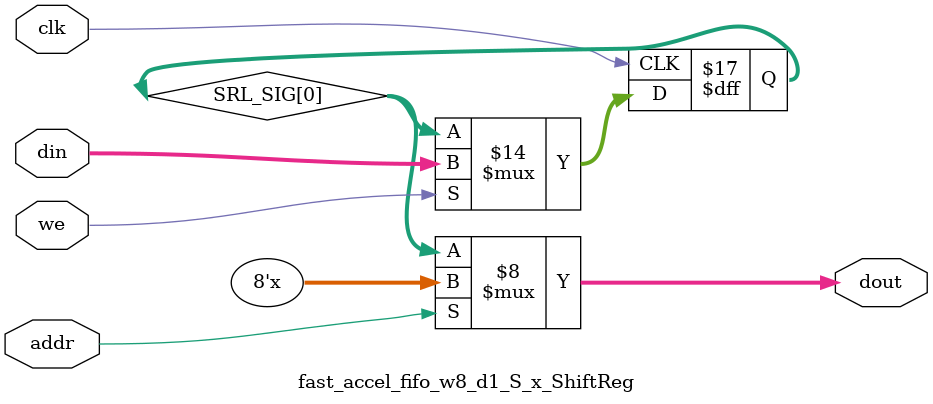
<source format=v>

`timescale 1 ns / 1 ps

module fast_accel_fifo_w8_d1_S_x
#(parameter
    MEM_STYLE   = "shiftReg",
    DATA_WIDTH  = 8,
    ADDR_WIDTH  = 1,
    DEPTH       = 1)
(
    // system signal
    input  wire                  clk,
    input  wire                  reset,

    // write
    output wire                  if_full_n,
    input  wire                  if_write_ce,
    input  wire                  if_write,
    input  wire [DATA_WIDTH-1:0] if_din,
    
    // read 
    output wire [ADDR_WIDTH:0]   if_num_data_valid, // for FRP
    output wire [ADDR_WIDTH:0]   if_fifo_cap,       // for FRP
    output wire                  if_empty_n,
    input  wire                  if_read_ce,
    input  wire                  if_read,
    output wire [DATA_WIDTH-1:0] if_dout
);
//------------------------Parameter----------------------

//------------------------Local signal-------------------
wire [ADDR_WIDTH-1:0] addr;
wire                  push;
wire                  pop;
reg signed [ADDR_WIDTH:0]   mOutPtr;
reg                   empty_n = 1'b0;
reg                   full_n  = 1'b1;
// with almost full?  no 
//------------------------Instantiation------------------
fast_accel_fifo_w8_d1_S_x_ShiftReg 
#(  .DATA_WIDTH (DATA_WIDTH),
    .ADDR_WIDTH (ADDR_WIDTH),
    .DEPTH      (DEPTH))
U_fast_accel_fifo_w8_d1_S_x_ShiftReg (
    .clk        (clk),
    .we         (push),
    .addr       (addr),
    .din        (if_din),
    .dout       (if_dout)
);
//------------------------Task and function--------------

//------------------------Body---------------------------
// has num_data_valid ? 
assign if_num_data_valid = mOutPtr + 1'b1; // yes
assign if_fifo_cap = DEPTH; // yes 

// has almost full ? 
assign if_full_n  = full_n; //no 
assign if_empty_n = empty_n;

assign push = (if_write & if_write_ce) & full_n;
assign pop  = (if_read & if_read_ce) & empty_n;
assign addr = mOutPtr[ADDR_WIDTH] == 1'b0 ? mOutPtr[ADDR_WIDTH-1:0]:{ADDR_WIDTH{1'b0}};

// full_n
always @(posedge clk ) begin
    if (reset == 1'b1)
        full_n <= 1'b1;
    else if (push & ~pop) begin
        if (mOutPtr == DEPTH - 2)
            full_n <= 1'b0;
    end
    else if (~push & pop)
        full_n <= 1'b1;
end

// almost_full_n 

// empty_n
always @(posedge clk ) begin
    if (reset == 1'b1)
        empty_n <= 1'b0;
    else if (push & ~pop)
        empty_n <= 1'b1;
    else if (~push & pop) begin
        if (mOutPtr == 0)
            empty_n <= 1'b0;
    end
end

// mOutPtr
always @(posedge clk ) begin
    if (reset == 1'b1)
        mOutPtr <= {ADDR_WIDTH+1{1'b1}};
    else if (push & ~pop)
        mOutPtr <= mOutPtr + 1'b1;
    else if (~push & pop)
        mOutPtr <= mOutPtr - 1'b1;
end

endmodule  


module fast_accel_fifo_w8_d1_S_x_ShiftReg
#(parameter
    DATA_WIDTH  = 8,
    ADDR_WIDTH  = 1,
    DEPTH       = 1)
(
    input  wire                  clk,
    input  wire                  we,
    input  wire [ADDR_WIDTH-1:0] addr,
    input  wire [DATA_WIDTH-1:0] din,
    output wire [DATA_WIDTH-1:0] dout
);

reg [DATA_WIDTH-1:0] SRL_SIG [0:DEPTH-1];
integer i;

always @ (posedge clk) begin
    if (we) begin
        for (i=0; i<DEPTH-1; i=i+1)
            SRL_SIG[i+1] <= SRL_SIG[i];
        SRL_SIG[0] <= din;
    end
end

assign dout = SRL_SIG[addr];

endmodule

</source>
